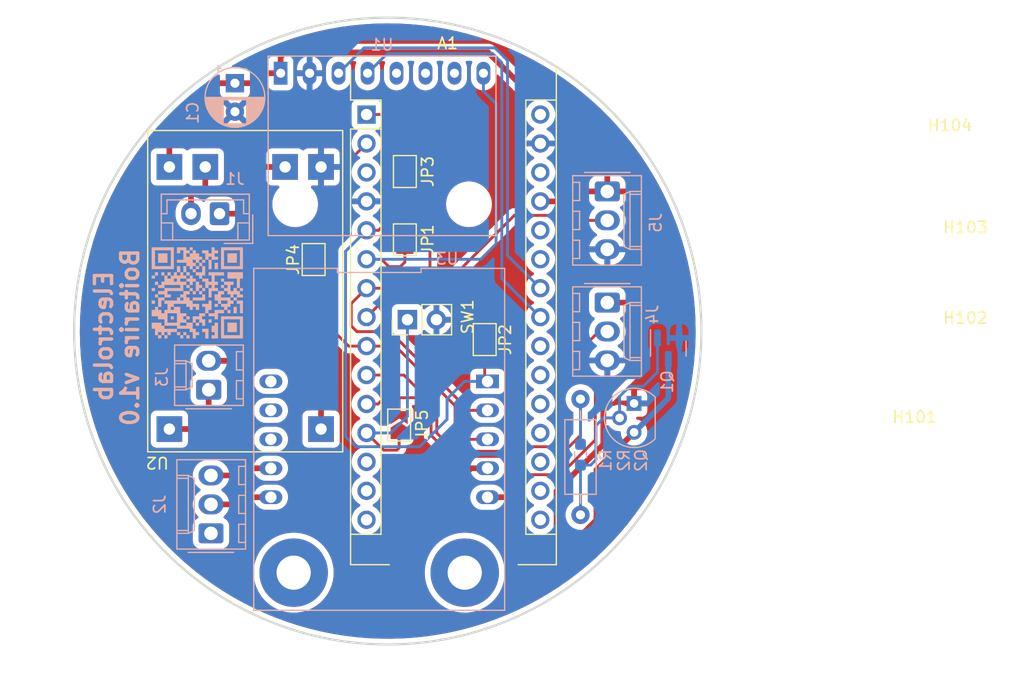
<source format=kicad_pcb>
(kicad_pcb (version 20210606) (generator pcbnew)

  (general
    (thickness 1.6)
  )

  (paper "A4")
  (layers
    (0 "F.Cu" signal)
    (31 "B.Cu" signal)
    (32 "B.Adhes" user "B.Adhesive")
    (33 "F.Adhes" user "F.Adhesive")
    (34 "B.Paste" user)
    (35 "F.Paste" user)
    (36 "B.SilkS" user "B.Silkscreen")
    (37 "F.SilkS" user "F.Silkscreen")
    (38 "B.Mask" user)
    (39 "F.Mask" user)
    (40 "Dwgs.User" user "User.Drawings")
    (41 "Cmts.User" user "User.Comments")
    (42 "Eco1.User" user "User.Eco1")
    (43 "Eco2.User" user "User.Eco2")
    (44 "Edge.Cuts" user)
    (45 "Margin" user)
    (46 "B.CrtYd" user "B.Courtyard")
    (47 "F.CrtYd" user "F.Courtyard")
    (48 "B.Fab" user)
    (49 "F.Fab" user)
    (50 "User.1" user)
    (51 "User.2" user)
    (52 "User.3" user)
    (53 "User.4" user)
    (54 "User.5" user)
    (55 "User.6" user)
    (56 "User.7" user)
    (57 "User.8" user)
    (58 "User.9" user)
  )

  (setup
    (stackup
      (layer "F.SilkS" (type "Top Silk Screen"))
      (layer "F.Paste" (type "Top Solder Paste"))
      (layer "F.Mask" (type "Top Solder Mask") (color "Green") (thickness 0.01))
      (layer "F.Cu" (type "copper") (thickness 0.035))
      (layer "dielectric 1" (type "core") (thickness 1.51) (material "FR4") (epsilon_r 4.5) (loss_tangent 0.02))
      (layer "B.Cu" (type "copper") (thickness 0.035))
      (layer "B.Mask" (type "Bottom Solder Mask") (color "Green") (thickness 0.01))
      (layer "B.Paste" (type "Bottom Solder Paste"))
      (layer "B.SilkS" (type "Bottom Silk Screen"))
      (copper_finish "None")
      (dielectric_constraints no)
    )
    (pad_to_mask_clearance 0)
    (pcbplotparams
      (layerselection 0x00010fc_ffffffff)
      (disableapertmacros false)
      (usegerberextensions false)
      (usegerberattributes true)
      (usegerberadvancedattributes true)
      (creategerberjobfile true)
      (svguseinch false)
      (svgprecision 6)
      (excludeedgelayer true)
      (plotframeref false)
      (viasonmask false)
      (mode 1)
      (useauxorigin false)
      (hpglpennumber 1)
      (hpglpenspeed 20)
      (hpglpendiameter 15.000000)
      (dxfpolygonmode true)
      (dxfimperialunits true)
      (dxfusepcbnewfont true)
      (psnegative false)
      (psa4output false)
      (plotreference true)
      (plotvalue true)
      (plotinvisibletext false)
      (sketchpadsonfab false)
      (subtractmaskfromsilk false)
      (outputformat 1)
      (mirror false)
      (drillshape 1)
      (scaleselection 1)
      (outputdirectory "")
    )
  )

  (net 0 "")
  (net 1 "Net-(A1-Pad1)")
  (net 2 "Net-(A1-Pad2)")
  (net 3 "GND")
  (net 4 "/BUSY")
  (net 5 "/INT")
  (net 6 "/TX")
  (net 7 "/SDA")
  (net 8 "/CAP_SENSOR_2")
  (net 9 "/SCL")
  (net 10 "/RX")
  (net 11 "/GND_AUDIO_SW")
  (net 12 "/CAP_SENSOR_1")
  (net 13 "VCC")
  (net 14 "/SENSOR_POSITION")
  (net 15 "-BATT")
  (net 16 "+BATT")
  (net 17 "/SP-")
  (net 18 "/SP+")
  (net 19 "+5V")
  (net 20 "GNDPWR")
  (net 21 "/GND_AUDIO")
  (net 22 "Net-(Q1-Pad1)")

  (footprint "MountingHole:MountingHole_3.2mm_M3" (layer "F.Cu") (at 214.65 71.8))

  (footprint "MountingHole:MountingHole_3.2mm_M3" (layer "F.Cu") (at 210.2 80.5))

  (footprint "boitarire_lib:HW-107" (layer "F.Cu") (at 151.5 65 180))

  (footprint "MountingHole:MountingHole_3.2mm_M3" (layer "F.Cu") (at 214.65 63.85))

  (footprint "Jumper:SolderJumper-2_P1.3mm_Open_TrianglePad1.0x1.5mm" (layer "F.Cu") (at 172.5 69.5 -90))

  (footprint "Jumper:SolderJumper-2_P1.3mm_Open_TrianglePad1.0x1.5mm" (layer "F.Cu") (at 165.5 60.75 90))

  (footprint "Jumper:SolderJumper-2_P1.3mm_Open_TrianglePad1.0x1.5mm" (layer "F.Cu") (at 165.5 54.75 90))

  (footprint "Jumper:SolderJumper-2_P1.3mm_Open_TrianglePad1.0x1.5mm" (layer "F.Cu") (at 165 77 90))

  (footprint "Jumper:SolderJumper-2_P1.3mm_Open_TrianglePad1.0x1.5mm" (layer "F.Cu") (at 157.5 62.475 90))

  (footprint "Connector_PinHeader_2.54mm:PinHeader_1x02_P2.54mm_Vertical" (layer "F.Cu") (at 165.725 67.75 90))

  (footprint "MountingHole:MountingHole_3.2mm_M3" (layer "F.Cu") (at 213.3 54.9))

  (footprint "Module:Arduino_Nano" (layer "F.Cu") (at 162.14 49.75))

  (footprint "boitarire_lib:GY-521" (layer "B.Cu") (at 163.5 46.125))

  (footprint "Connector_Molex:Molex_KK-254_AE-6410-03A_1x03_P2.54mm_Vertical" (layer "B.Cu") (at 183.25 66.25 -90))

  (footprint "Connector_Molex:Molex_KK-254_AE-6410-02A_1x02_P2.54mm_Vertical" (layer "B.Cu") (at 148.3 73.9 90))

  (footprint "Connector_JST:JST_EH_B2B-EH-A_1x02_P2.50mm_Vertical" (layer "B.Cu") (at 149.25 58.45 180))

  (footprint "Connector_Molex:Molex_KK-254_AE-6410-03A_1x03_P2.54mm_Vertical" (layer "B.Cu") (at 148.5 86.5 90))

  (footprint "Package_TO_SOT_THT:TO-92" (layer "B.Cu") (at 185.6 75.1 -90))

  (footprint "Resistor_SMD:R_0603_1608Metric_Pad0.98x0.95mm_HandSolder" (layer "B.Cu") (at 180.9 79.6 -90))

  (footprint "Connector_Molex:Molex_KK-254_AE-6410-03A_1x03_P2.54mm_Vertical" (layer "B.Cu") (at 183.25 56.5 -90))

  (footprint "Capacitor_THT:CP_Radial_D5.0mm_P2.50mm" (layer "B.Cu") (at 150.6 47 -90))

  (footprint "boitarire_lib:DFR0534" (layer "B.Cu") (at 163.25 78.25 -90))

  (footprint "Resistor_THT:R_Axial_DIN0207_L6.3mm_D2.5mm_P10.16mm_Horizontal" (layer "B.Cu") (at 180.9 74.72 -90))

  (footprint "Package_TO_SOT_SMD:SOT-23" (layer "B.Cu") (at 188.6 70.3 -90))

  (footprint "boitarire_lib:qr-code" (layer "B.Cu") (at 147.3 65.4 180))

  (gr_circle (center 164 68.75) (end 191.5 68.75) (layer "Edge.Cuts") (width 0.2) (fill none) (tstamp 30c2b695-36de-4ed3-b4f6-de3e6f1f2fe0))
  (gr_text "Electrolab" (at 139.1 69.2 90) (layer "B.SilkS") (tstamp 278fe4ee-820f-43c7-98d8-16da8c7b9a48)
    (effects (font (size 1.5 1.5) (thickness 0.3)) (justify mirror))
  )
  (gr_text "Boitarire v1.0" (at 141.4 69.3 -270) (layer "B.SilkS") (tstamp a0e2e1b1-52e3-4bf3-8b1e-c60b62b615be)
    (effects (font (size 1.5 1.5) (thickness 0.3)) (justify mirror))
  )

  (segment (start 165.5 51.1) (end 164.15 49.75) (width 0.25) (layer "F.Cu") (net 1) (tstamp 57c13a52-aaf8-4b76-89cf-06026b679688))
  (segment (start 164.15 49.75) (end 162.14 49.75) (width 0.25) (layer "F.Cu") (net 1) (tstamp 862f08b7-0f46-4efa-974d-f80c33dbca6e))
  (segment (start 165.5 54.025) (end 165.5 51.1) (width 0.25) (layer "F.Cu") (net 1) (tstamp c6c4a031-6182-4c64-aa66-a67993c43034))
  (segment (start 160.1 54.33) (end 162.14 52.29) (width 0.25) (layer "F.Cu") (net 2) (tstamp 0f2ccad9-e699-49f0-bc40-53277732aa90))
  (segment (start 157.5 60.5) (end 160.1 57.9) (width 0.25) (layer "F.Cu") (net 2) (tstamp 2cb29135-e8a2-4b08-89cd-2f31876aed39))
  (segment (start 160.1 57.9) (end 160.1 54.33) (width 0.25) (layer "F.Cu") (net 2) (tstamp 3b0d2cd4-97d6-46cf-a781-12347f18ee90))
  (segment (start 157.5 61.75) (end 157.5 60.5) (width 0.25) (layer "F.Cu") (net 2) (tstamp 779db477-d577-48ba-bd55-2178aefc5e16))
  (segment (start 165.5 60.025) (end 165.5 58.5) (width 0.25) (layer "F.Cu") (net 4) (tstamp 065dc92b-f004-45d3-b53b-e8064470db48))
  (segment (start 163.19 59.91) (end 162.14 59.91) (width 0.25) (layer "F.Cu") (net 4) (tstamp 55173f7a-6b9a-4877-8ad3-ce477d3a10c0))
  (segment (start 172.5 72.92) (end 172.75 73.17) (width 0.25) (layer "F.Cu") (net 4) (tstamp 56bb2100-e65f-4553-8203-d8025676d120))
  (segment (start 163.5 59.6) (end 163.19 59.91) (width 0.25) (layer "F.Cu") (net 4) (tstamp 7f7cde0e-ce6f-4ba5-a63d-3ab5aec6bd4d))
  (segment (start 165.2 58.2) (end 163.9 58.2) (width 0.25) (layer "F.Cu") (net 4) (tstamp b539e521-bf0e-4470-86bc-16ab0cbad67d))
  (segment (start 165.5 58.5) (end 165.2 58.2) (width 0.25) (layer "F.Cu") (net 4) (tstamp bb44fe3e-7dfd-40c7-833d-290d5ea38f62))
  (segment (start 172.5 70.225) (end 172.5 72.92) (width 0.25) (layer "F.Cu") (net 4) (tstamp ce784b1e-769e-4be0-a409-c0209f93f5a6))
  (segment (start 163.9 58.2) (end 163.5 58.6) (width 0.25) (layer "F.Cu") (net 4) (tstamp d7dd6b40-c6fd-4b1e-8cd2-f861de028501))
  (segment (start 163.5 58.6) (end 163.5 59.6) (width 0.25) (layer "F.Cu") (net 4) (tstamp e54a7c8d-de81-40ba-bb01-0b5c4918415c))
  (segment (start 170.73 73.17) (end 172.75 73.17) (width 0.25) (layer "B.Cu") (net 4) (tstamp 30136584-2238-4ce6-b094-44fc47af23ed))
  (segment (start 161.2 78.9) (end 166.8 78.9) (width 0.25) (layer "B.Cu") (net 4) (tstamp 4c00cbf0-5a6f-4edc-9543-4bc0bbf6b2b6))
  (segment (start 169.2 76.5) (end 169.2 74.7) (width 0.25) (layer "B.Cu") (net 4) (tstamp 4dca56f9-7a3b-456b-9865-8ec42cace1a4))
  (segment (start 166.8 78.9) (end 169.2 76.5) (width 0.25) (layer "B.Cu") (net 4) (tstamp a854b223-738f-43a7-a5c8-b5f750cf40fb))
  (segment (start 169.2 74.7) (end 170.73 73.17) (width 0.25) (layer "B.Cu") (net 4) (tstamp aa3ea5ee-bd3a-4241-ad25-5e288deb3d6b))
  (segment (start 162.14 59.91) (end 160.3 61.75) (width 0.25) (layer "B.Cu") (net 4) (tstamp affd43e6-fb37-4814-9c31-bb300f43db47))
  (segment (start 160.3 61.75) (end 160.3 78) (width 0.25) (layer "B.Cu") (net 4) (tstamp cd1d6fb9-8a88-4a01-a974-386780784198))
  (segment (start 160.3 78) (end 161.2 78.9) (width 0.25) (layer "B.Cu") (net 4) (tstamp da7c607e-81ba-4a73-9828-f8e1932f56b4))
  (segment (start 165.5 62.7) (end 165.1 63.1) (width 0.25) (layer "F.Cu") (net 5) (tstamp 1e012710-c1a4-46c8-b704-8008034fecb3))
  (segment (start 163.45 62.45) (end 162.14 62.45) (width 0.25) (layer "F.Cu") (net 5) (tstamp 441a1bfc-3a90-4db3-9ca2-acaf7910690f))
  (segment (start 165.5 61.475) (end 165.5 62.7) (width 0.25) (layer "F.Cu") (net 5) (tstamp 67f169d9-914d-44b4-af3c-6ffb85557a3e))
  (segment (start 164.1 63.1) (end 163.45 62.45) (width 0.25) (layer "F.Cu") (net 5) (tstamp 7b297671-5e54-4763-8cbe-ba1fa1d8edce))
  (segment (start 165.1 63.1) (end 164.1 63.1) (width 0.25) (layer "F.Cu") (net 5) (tstamp 966d2020-e145-4fd3-9d48-eef9fe6bd357))
  (segment (start 173.5 61.1) (end 172.15 62.45) (width 0.25) (layer "B.Cu") (net 5) (tstamp 59bd45b0-2f1a-4678-a8e3-b144573cc1fe))
  (segment (start 173.5 48.8) (end 173.5 61.1) (width 0.25) (layer "B.Cu") (net 5) (tstamp 74f11ede-740d-44cf-bdd0-4d01c7b27443))
  (segment (start 172.39 47.69) (end 173.5 48.8) (width 0.25) (layer "B.Cu") (net 5) (tstamp 94abd6fb-8b7e-424a-8aa7-b59a1d269419))
  (segment (start 172.39 46.125) (end 172.39 47.69) (width 0.25) (layer "B.Cu") (net 5) (tstamp c5f8351f-65d4-4e94-bd13-8476c83b8479))
  (segment (start 172.15 62.45) (end 162.14 62.45) (width 0.25) (layer "B.Cu") (net 5) (tstamp fd8ff827-d8ab-4f0a-a2db-0035a574ea84))
  (segment (start 165.81 64.99) (end 162.14 64.99) (width 0.25) (layer "F.Cu") (net 6) (tstamp 002ddc8a-2dcd-47e5-bac6-ff419e906c3e))
  (segment (start 171.11 75.71) (end 164.8 69.4) (width 0.25) (layer "F.Cu") (net 6) (tstamp 0b923e47-3f29-4ae2-ad00-3b5133888ac7))
  (segment (start 160.8 66.33) (end 162.14 64.99) (width 0.25) (layer "F.Cu") (net 6) (tstamp 44ccfd1f-92db-4ce3-b598-f9e3351efd52))
  (segment (start 163.6 69.4) (end 163 68.8) (width 0.25) (layer "F.Cu") (net 6) (tstamp 50197276-befb-42f2-aee9-c2976dee3403))
  (segment (start 160.8 68.3) (end 160.8 66.33) (width 0.25) (layer "F.Cu") (net 6) (tstamp 6225685e-6e15-467a-a511-23d66c1791d1))
  (segment (start 164.8 69.4) (end 163.6 69.4) (width 0.25) (layer "F.Cu") (net 6) (tstamp 63de9d62-9f65-43ed-80e5-d27a1bbe424c))
  (segment (start 165.5 57) (end 167.7 59.2) (width 0.25) (layer "F.Cu") (net 6) (tstamp 7b9f1bdf-6a0a-4ad3-b9a9-778178e42909))
  (segment (start 163 68.8) (end 161.3 68.8) (width 0.25) (layer "F.Cu") (net 6) (tstamp 897ed4dd-a862-47c0-ac0d-90daca1acab5))
  (segment (start 165.5 55.475) (end 165.5 57) (width 0.25) (layer "F.Cu") (net 6) (tstamp 99073820-8e6c-4f2a-a494-b1dc8444af55))
  (segment (start 167.7 63.1) (end 165.81 64.99) (width 0.25) (layer "F.Cu") (net 6) (tstamp a5f7530c-a571-47b6-84a2-d00dfb42af9c))
  (segment (start 167.7 59.2) (end 167.7 63.1) (width 0.25) (layer "F.Cu") (net 6) (tstamp a9baa2f4-4424-47a5-bfe3-feb292a13a74))
  (segment (start 172.75 75.71) (end 171.11 75.71) (width 0.25) (layer "F.Cu") (net 6) (tstamp d1b78b01-c3b5-45b8-8dc7-84fc09583e29))
  (segment (start 161.3 68.8) (end 160.8 68.3) (width 0.25) (layer "F.Cu") (net 6) (tstamp d818c73a-f3aa-46a4-857b-00eb8f0ef2a6))
  (segment (start 177.38 67.53) (end 174 64.15) (width 0.25) (layer "B.Cu") (net 7) (tstamp a367b837-9c05-48ef-9036-2c934e8deefd))
  (segment (start 174 64.15) (end 174 45.2) (width 0.25) (layer "B.Cu") (net 7) (tstamp ddad0104-21f0-4e29-85af-4414e34a82dd))
  (segment (start 174 45.2) (end 173.2 44.4) (width 0.25) (layer "B.Cu") (net 7) (tstamp e93177f5-2dce-43e7-a9f2-ec3a958e5ca0))
  (segment (start 163.955 44.4) (end 162.23 46.125) (width 0.25) (layer "B.Cu") (net 7) (tstamp ecdcc377-428c-4024-acaa-bf5f481f5e8e))
  (segment (start 173.2 44.4) (end 163.955 44.4) (width 0.25) (layer "B.Cu") (net 7) (tstamp f051b5f5-8497-4588-93d8-7244b316bcbf))
  (segment (start 179.94 59.04) (end 179.5 58.6) (width 0.25) (layer "F.Cu") (net 8) (tstamp 11814792-5227-45aa-8595-52e8591a2dec))
  (segment (start 175.1 58.6) (end 170.3 63.4) (width 0.25) (layer "F.Cu") (net 8) (tstamp 2b9124f1-50e7-438f-bebf-f19a0355456c))
  (segment (start 163.97 65.7) (end 162.14 67.53) (width 0.25) (layer "F.Cu") (net 8) (tstamp 31cdb422-7f8c-473d-b055-f5144bef0800))
  (segment (start 179.5 58.6) (end 175.1 58.6) (width 0.25) (layer "F.Cu") (net 8) (tstamp 3bf1cc53-7c7f-46c9-b819-78eaee2c4234))
  (segment (start 172.5 68.775) (end 172.5 66.3) (width 0.25) (layer "F.Cu") (net 8) (tstamp 42f6d15a-8720-469e-b170-0879acfa1f43))
  (segment (start 166.3 65.7) (end 163.97 65.7) (width 0.25) (layer "F.Cu") (net 8) (tstamp 51db83d9-f4cc-4a7d-8b90-61b2baf044ab))
  (segment (start 171.2 65) (end 170.3 65) (width 0.25) (layer "F.Cu") (net 8) (tstamp 54482451-9f5d-4900-978a-b7fb3b040d86))
  (segment (start 167 65) (end 166.3 65.7) (width 0.25) (layer "F.Cu") (net 8) (tstamp 6567149e-9f08-4e52-a43a-bf9df007c96d))
  (segment (start 170.3 63.4) (end 170.3 65) (width 0.25) (layer "F.Cu") (net 8) (tstamp a335e5bb-0b65-425c-b88b-69987733e1f7))
  (segment (start 172.5 66.3) (end 171.2 65) (width 0.25) (layer "F.Cu") (net 8) (tstamp c814891f-b5c3-42f6-a49b-71665c07e531))
  (segment (start 170.3 65) (end 167 65) (width 0.25) (layer "F.Cu") (net 8) (tstamp df12b927-051e-4d40-bcb4-58d42fc2f897))
  (segment (start 183.25 59.04) (end 179.94 59.04) (width 0.25) (layer "F.Cu") (net 8) (tstamp e74e96a4-5094-426c-9640-3a489662762e))
  (segment (start 174.5 45) (end 173.4 43.9) (width 0.25) (layer "B.Cu") (net 9) (tstamp 099b495b-eb72-4208-b491-c50c4f449fd0))
  (segment (start 173.4 43.9) (end 161.915 43.9) (width 0.25) (layer "B.Cu") (net 9) (tstamp b67a5d25-290a-4252-a9b7-e682b39b21e1))
  (segment (start 177.38 64.99) (end 174.5 62.11) (width 0.25) (layer "B.Cu") (net 9) (tstamp d9a2b80c-dc5f-4760-b55e-fe911d45dbf5))
  (segment (start 161.915 43.9) (end 159.69 46.125) (width 0.25) (layer "B.Cu") (net 9) (tstamp e8848ca5-e769-4140-a08b-05e6d9c77e7d))
  (segment (start 174.5 62.11) (end 174.5 45) (width 0.25) (layer "B.Cu") (net 9) (tstamp f4017f14-3c64-40a7-987f-82c58b56e986))
  (segment (start 160.57 70.07) (end 162.14 70.07) (width 0.25) (layer "F.Cu") (net 10) (tstamp 3e548c9f-29c6-4224-9b83-5da945fef1ef))
  (segment (start 164.67 70.07) (end 169.9 75.3) (width 0.25) (layer "F.Cu") (net 10) (tstamp 3f280ec0-d641-491d-907f-e39d66d6a684))
  (segment (start 157.5 67) (end 160.57 70.07) (width 0.25) (layer "F.Cu") (net 10) (tstamp 823843c5-18d9-4078-a62b-17ccfa0b3021))
  (segment (start 169.9 75.3) (end 169.9 77) (width 0.25) (layer "F.Cu") (net 10) (tstamp 8a71d9fd-00e9-4bfb-a527-4f74d07b573a))
  (segment (start 172.75 78.25) (end 171.15 78.25) (width 0.25) (layer "F.Cu") (net 10) (tstamp 96e7c6e6-5759-45b2-881e-59d86e2f90fb))
  (segment (start 162.14 70.07) (end 164.67 70.07) (width 0.25) (layer "F.Cu") (net 10) (tstamp be06cfd1-c42e-4a17-b753-c672dba54922))
  (segment (start 171.15 78.25) (end 169.9 77) (width 0.25) (layer "F.Cu") (net 10) (tstamp f232608d-a10c-4f4a-a340-b1becc13aa03))
  (segment (start 157.5 63.2) (end 157.5 67) (width 0.25) (layer "F.Cu") (net 10) (tstamp f6ad1a94-a957-4926-b263-b33a2228fc59))
  (segment (start 169.9 79.3) (end 174.9 79.3) (width 0.25) (layer "F.Cu") (net 11) (tstamp 0510ee0c-9be4-4f58-a22c-840098bdf9bd))
  (segment (start 168.3 75.5) (end 168.3 77.7) (width 0.25) (layer "F.Cu") (net 11) (tstamp 1f480e97-79fd-43e6-b991-9f31b262102a))
  (segment (start 165.41 72.61) (end 168.3 75.5) (width 0.25) (layer "F.Cu") (net 11) (tstamp 30439de0-b93d-469e-94ad-e034831fa7a6))
  (segment (start 179.9 78.9) (end 180.9 77.9) (width 0.25) (layer "F.Cu") (net 11) (tstamp 8a3fb9ea-877b-4e3e-abd2-28092dfdc050))
  (segment (start 179.02 78.9) (end 179 78.9) (width 0.25) (layer "F.Cu") (net 11) (tstamp 8b396bb1-810d-4afa-b3c7-842b200d101e))
  (segment (start 180.9 77.9) (end 180.9 74.72) (width 0.25) (layer "F.Cu") (net 11) (tstamp 90b63b83-733c-4c9e-ad70-a8fc2dad650d))
  (segment (start 175.3 78.9) (end 179.02 78.9) (width 0.25) (layer "F.Cu") (net 11) (tstamp c1073856-0b9e-4b90-b70a-1714525486a7))
  (segment (start 174.9 79.3) (end 175.3 78.9) (width 0.25) (layer "F.Cu") (net 11) (tstamp cdce4433-b137-4343-8add-70cb8bc1c25f))
  (segment (start 168.3 77.7) (end 169.9 79.3) (width 0.25) (layer "F.Cu") (net 11) (tstamp d8018cef-db9e-4d1a-a9bb-129bb542e9ce))
  (segment (start 179.02 78.9) (end 179.9 78.9) (width 0.25) (layer "F.Cu") (net 11) (tstamp e037f1f2-7242-45fd-b0d6-4a47d5ec9ca7))
  (segment (start 162.14 72.61) (end 165.41 72.61) (width 0.25) (layer "F.Cu") (net 11) (tstamp e1f5b0f2-1c24-49c3-b6e0-5d2e7450145b))
  (segment (start 180.9 74.72) (end 180.9 78.6875) (width 0.25) (layer "B.Cu") (net 11) (tstamp 6f4acf13-a926-4655-a0a9-1562ec2e41e3))
  (segment (start 167.8 77.9) (end 169.64952 79.74952) (width 0.25) (layer "F.Cu") (net 12) (tstamp 01c54785-c88a-4d3a-acc5-7b71d5ad9ad0))
  (segment (start 163.7 74.6) (end 163.15 75.15) (width 0.25) (layer "F.Cu") (net 12) (tstamp 074c7175-bdd2-4fa4-8e32-7a779c5241f1))
  (segment (start 163.15 75.15) (end 162.14 75.15) (width 0.25) (layer "F.Cu") (net 12) (tstamp 12ccf950-5492-4193-a0eb-957dc51d0514))
  (segment (start 182.2 78.3) (end 182.2 73.1) (width 0.25) (layer "F.Cu") (net 12) (tstamp 2925ec92-c9a8-40d4-b59a-bacd88929ae4))
  (segment (start 174.14952 79.74952) (end 175.754511 81.354511) (width 0.25) (layer "F.Cu") (net 12) (tstamp 560c5d40-8bbc-465f-ae30-3382b1dcfcbf))
  (segment (start 165 76.275) (end 165 74.6) (width 0.25) (layer "F.Cu") (net 12) (tstamp 61b9e027-c8eb-4fd3-8438-975a5c4ae50c))
  (segment (start 175.754511 81.354511) (end 179.145489 81.354511) (width 0.25) (layer "F.Cu") (net 12) (tstamp 6c28ef58-79e0-4e63-a960-53df85c3198b))
  (segment (start 182.51 68.79) (end 183.25 68.79) (width 0.25) (layer "F.Cu") (net 12) (tstamp 6e77c217-c11c-4a97-ac0f-5725779db20c))
  (segment (start 165 74.6) (end 163.7 74.6) (width 0.25) (layer "F.Cu") (net 12) (tstamp 86f53970-0266-4ff5-8ff3-f159d26b5bc0))
  (segment (start 182.2 73.1) (end 181.3 72.2) (width 0.25) (layer "F.Cu") (net 12) (tstamp 88a4e490-b8a5-41e9-8c0b-df994388ad12))
  (segment (start 179.145489 81.354511) (end 182.2 78.3) (width 0.25) (layer "F.Cu") (net 12) (tstamp 90515f17-ce45-4f1e-bc5c-dd5955bbb0cd))
  (segment (start 169.64952 79.74952) (end 174.14952 79.74952) (width 0.25) (layer "F.Cu") (net 12) (tstamp 9131d637-edf7-4ae3-9682-7d62de9906d9))
  (segment (start 181.3 70) (end 182.51 68.79) (width 0.25) (layer "F.Cu") (net 12) (tstamp 99d0fa3e-9007-4a5f-b1a0-347fb43e1b03))
  (segment (start 167.8 75.7) (end 167.8 77.9) (width 0.25) (layer "F.Cu") (net 12) (tstamp b4d84806-bf4f-4214-acfa-f91a70f8fc92))
  (segment (start 181.3 72.2) (end 181.3 70) (width 0.25) (layer "F.Cu") (net 12) (tstamp d24b992e-e4b5-492e-bcad-187e00b28893))
  (segment (start 165 74.6) (end 166.7 74.6) (width 0.25) (layer "F.Cu") (net 12) (tstamp da0d521f-9b8b-41ed-9dc0-981d541d74e4))
  (segment (start 166.7 74.6) (end 167.8 75.7) (width 0.25) (layer "F.Cu") (net 12) (tstamp fd96db98-dbc8-4c29-a9b9-9d7b25386653))
  (segment (start 177.38 57.37) (end 179.63 57.37) (width 0.5) (layer "F.Cu") (net 13) (tstamp 078d9f8d-5bb9-4da5-85a3-5b0087e021c4))
  (segment (start 179.5 53) (end 179.5 49.5) (width 0.5) (layer "F.Cu") (net 13) (tstamp 094be4ec-4455-4574-b29d-bc4653d6b722))
  (segment (start 183.25 56.5) (end 184.9 56.5) (width 0.5) (layer "F.Cu") (net 13) (tstamp 0c1d1e76-0583-44ab-ab6e-ca3773c88dd5))
  (segment (start 179.5 49.5) (end 177.5 47.5) (width 0.5) (layer "F.Cu") (net 13) (tstamp 1090ed1c-0e10-4c9e-9798-257327be171a))
  (segment (start 148.4 47) (end 150.6 47) (width 0.5) (layer "F.Cu") (net 13) (tstamp 14d21781-cda9-4134-a09f-fff4c2ad7709))
  (segment (start 175.2 84) (end 174.53 83.33) (width 0.5) (layer "F.Cu") (net 13) (tstamp 19690c36-2532-4376-a550-b39530d57476))
  (segment (start 178.8 82.8) (end 178.8 86.8) (width 0.5) (layer "F.Cu") (net 13) (tstamp 1f2cdafa-cf71-4bee-81c2-f767786daf9e))
  (segment (start 152.875 46.125) (end 154.61 46.125) (width 0.5) (layer "F.Cu") (net 13) (tstamp 24e997ae-49bd-4c23-b983-b76e46035414))
  (segment (start 144.85 50.55) (end 148.4 47) (width 0.5) (layer "F.Cu") (net 13) (tstamp 25423017-08bf-4449-8c44-0e6e2490b172))
  (segment (start 178.2 87.4) (end 176.5 87.4) (width 0.5) (layer "F.Cu") (net 13) (tstamp 2bc89032-06bb-4114-b42f-6557618de968))
  (segment (start 174.53 83.33) (end 172.75 83.33) (width 0.5) (layer "F.Cu") (net 13) (tstamp 3308e17e-7b0b-4957-a284-5fbb831c9781))
  (segment (start 176 47.5) (end 172.8 44.3) (width 0.5) (layer "F.Cu") (net 13) (tstamp 331faa48-75a9-43f0-ac25-c05a3d958e25))
  (segment (start 172.8 44.3) (end 155 44.3) (width 0.5) (layer "F.Cu") (net 13) (tstamp 3aa65876-3cfd-46a2-9376-3414e2f8699f))
  (segment (start 180.3 53.8) (end 179.5 53) (width 0.5) (layer "F.Cu") (net 13) (tstamp 44182807-33f1-4706-94e8-e444d055d95e))
  (segment (start 183.25 66.25) (end 185.45 66.25) (width 0.5) (layer "F.Cu") (net 13) (tstamp 44828453-df7b-4c08-8fad-ab071dfe78f2))
  (segment (start 178.8 86.8) (end 178.2 87.4) (width 0.5) (layer "F.Cu") (net 13) (tstamp 55df0817-0f6a-400c-9bad-d1865d12c54a))
  (segment (start 182.2 53.8) (end 180.3 53.8) (width 0.5) (layer "F.Cu") (net 13) (tstamp 64c2d65d-c89d-4f0c-900d-c67900c704ea))
  (segment (start 154.61 44.69) (end 154.61 46.125) (width 0.5) (layer "F.Cu") (net 13) (tstamp 7ff764d6-a9fe-4442-802c-b188423443e4))
  (segment (start 176.5 87.4) (end 175.2 86.1) (width 0.5) (layer "F.Cu") (net 13) (tstamp 824d149f-6da8-48d3-a86b-1e504e24a936))
  (segment (start 185.5 72.1) (end 183.95 73.65) (width 0.5) (layer "F.Cu") (net 13) (tstamp 8bffa156-b7da-4e4c-b5f9-db16a061be37))
  (segment (start 150.6 47) (end 152 47) (width 0.5) (layer "F.Cu") (net 13) (tstamp 98a3caaf-37a8-430e-8bbf-03708445bc6f))
  (segment (start 184.9 56.5) (end 185.5 57.1) (width 0.5) (layer "F.Cu") (net 13) (tstamp a0e44335-c1cd-4cbe-9b44-525257e4eced))
  (segment (start 179.3 82.3) (end 178.8 82.8) (width 0.5) (layer "F.Cu") (net 13) (tstamp af6428bc-ac09-4e30-bba4-d8b500b7a741))
  (segment (start 144.85 54.35) (end 144.85 50.55) (width 0.5) (layer "F.Cu") (net 13) (tstamp b2f4b903-d489-4e44-a304-4fd86610e80a))
  (segment (start 155 44.3) (end 154.61 44.69) (width 0.5) (layer "F.Cu") (net 13) (tstamp b9f57f4d-854b-407f-b070-ec9239b075fd))
  (segment (start 182.9 74.7) (end 182.9 78.7) (width 0.5) (layer "F.Cu") (net 13) (tstamp bca6c8ce-edfd-44f8-b029-e875b33b6d85))
  (segment (start 183.25 56.5) (end 183.25 54.85) (width 0.5) (layer "F.Cu") (net 13) (tstamp c036de40-4d8d-40c4-93c9-2134cc38e6e4))
  (segment (start 152 47) (end 152.875 46.125) (width 0.5) (layer "F.Cu") (net 13) (tstamp c94c57c9-0911-4583-9e5f-c2c85028060b))
  (segment (start 182.9 78.7) (end 179.3 82.3) (width 0.5) (layer "F.Cu") (net 13) (tstamp cf8ff3b2-4c1d-40c9-9ccc-d09a288bc483))
  (segment (start 183.25 54.85) (end 182.2 53.8) (width 0.5) (layer "F.Cu") (net 13) (tstamp d10322f3-2ad7-4c96-9e77-6237eb60de9b))
  (segment (start 175.2 86.1) (end 175.2 84) (width 0.5) (layer "F.Cu") (net 13) (tstamp d5881b4d-6aac-4ef2-b471-24941ec2dbef))
  (segment (start 180.5 56.5) (end 183.25 56.5) (width 0.5) (layer "F.Cu") (net 13) (tstamp d801af6b-dc11-4f18-a53b-73a7e7511827))
  (segment (start 177.5 47.5) (end 176 47.5) (width 0.5) (layer "F.Cu") (net 13) (tstamp d9d9280a-98e2-45b4-a6f3-b3de9e5ed02f))
  (segment (start 185.5 66.2) (end 185.5 72.1) (width 0.5) (layer "F.Cu") (net 13) (tstamp dd95a381-08c0-4039-be96-3ddf0cfb213c))
  (segment (start 179.63 57.37) (end 180.5 56.5) (width 0.5) (layer "F.Cu") (net 13) (tstamp dddf2b9f-a002-4bd4-a01b-0ca247bd255e))
  (segment (start 183.95 73.65) (end 182.9 74.7) (width 0.5) (layer "F.Cu") (net 13) (tstamp e3e55455-a785-4cf7-a634-941926e3635f))
  (segment (start 185.45 66.25) (end 185.5 66.2) (width 0.5) (layer "F.Cu") (net 13) (tstamp e88e6e8b-387b-4c93-9fb7-d3923d993f48))
  (segment (start 185.5 57.1) (end 185.5 66.2) (width 0.5) (layer "F.Cu") (net 13) (tstamp f93b5f6c-0a34-4b7a-b137-62ad1d9a7449))
  (segment (start 165 77.725) (end 165 79) (width 0.25) (layer "F.Cu") (net 14) (tstamp 47197d15-ab99-495e-ab32-c75bcd47bef5))
  (segment (start 164.8 79.2) (end 163.65 79.2) (width 0.25) (layer "F.Cu") (net 14) (tstamp 5e320c37-0e6a-4e9d-b089-0db049b98275))
  (segment (start 165 79) (end 164.8 79.2) (width 0.25) (layer "F.Cu") (net 14) (tstamp 66abaf3c-c04b-40a0-9c52-768c910d489e))
  (segment (start 163.65 79.2) (end 162.14 77.69) (width 0.25) (layer "F.Cu") (net 14) (tstamp e85e6118-5fac-416d-8594-66a60d0b0fd2))
  (segment (start 165.725 67.75) (end 165.725 76.225) (width 0.25) (layer "B.Cu") (net 14) (tstamp 47a5eb30-410b-43c4-9345-f5fc55c41cda))
  (segment (start 165.725 76.225) (end 164.26 77.69) (width 0.25) (layer "B.Cu") (net 14) (tstamp 5dc10f71-8f03-4772-97f1-7e485fc7dd90))
  (segment (start 164.26 77.69) (end 162.14 77.69) (width 0.25) (layer "B.Cu") (net 14) (tstamp b12a44a6-9e67-4864-a910-03bbfc697bad))
  (segment (start 152 55.25) (end 152.9 54.35) (width 0.5) (layer "F.Cu") (net 15) (tstamp 3305a80e-a4bf-4056-bc79-3e2bc38b369c))
  (segment (start 151.05 58.45) (end 152 57.5) (width 0.5) (layer "F.Cu") (net 15) (tstamp 3d375ff2-e0a6-4945-8542-d4826a73ff2c))
  (segment (start 152 57.5) (end 152 55.25) (width 0.5) (layer "F.Cu") (net 15) (tstamp ba84bd55-cdfe-4036-be9d-510986c16111))
  (segment (start 149.25 58.45) (end 151.05 58.45) (width 0.5) (layer "F.Cu") (net 15) (tstamp d079615e-89b7-48f9-8591-ebbec5435e49))
  (segment (start 152.9 54.35) (end 155 54.35) (width 0.5) (layer "F.Cu") (net 15) (tstamp ef5ffc1f-619a-474f-937a-3dbd8f8577d3))
  (segment (start 147.75 56.5) (end 147 56.5) (width 0.5) (layer "F.Cu") (net 16) (tstamp 10432fa2-2abd-44c7-a675-49a425a1caa0))
  (segment (start 146.75 56.75) (end 146.75 58.45) (width 0.5) (layer "F.Cu") (net 16) (tstamp 43ae0c46-b51f-4835-bb3e-be7b0fb465bc))
  (segment (start 148 56.25) (end 147.75 56.5) (width 0.5) (layer "F.Cu") (net 16) (tstamp 491df80a-a69f-48e8-8c6a-67d9129f61e6))
  (segment (start 147 56.5) (end 146.75 56.75) (width 0.5) (layer "F.Cu") (net 16) (tstamp cb1b24e7-bd2a-4889-9d2f-3ff6b0e9718f))
  (segment (start 148 54.35) (end 148 56.25) (width 0.5) (layer "F.Cu") (net 16) (tstamp f0058139-692f-48f4-abbe-8fb26cf7fe3b))
  (segment (start 151.04 83.96) (end 151.67 83.33) (width 0.5) (layer "F.Cu") (net 17) (tstamp 171a1ed9-3250-4922-b450-2e47366ab09e))
  (segment (start 148.5 83.96) (end 148.5 83.75) (width 0.5) (layer "F.Cu") (net 17) (tstamp 28e8f296-13eb-41cd-b56d-37a672c4682e))
  (segment (start 148.5 83.96) (end 151.04 83.96) (width 0.5) (layer "F.Cu") (net 17) (tstamp 6f7589e5-6d38-47bd-95c8-1c9aceb51533))
  (segment (start 151.67 83.33) (end 153.75 83.33) (width 0.5) (layer "F.Cu") (net 17) (tstamp 96b3b7fd-9c6a-4896-902c-ccd8d3c40899))
  (segment (start 153.75 80.79) (end 151.71 80.79) (width 0.5) (layer "F.Cu") (net 18) (tstamp 10974255-0d42-4922-8f75-1b6ff45fc360))
  (segment (start 151.08 81.42) (end 148.5 81.42) (width 0.5) (layer "F.Cu") (net 18) (tstamp 110eef9e-bb74-466d-99ab-06772e23af56))
  (segment (start 151.71 80.79) (end 151.08 81.42) (width 0.5) (layer "F.Cu") (net 18) (tstamp f8c9b8dc-2578-4010-b921-197d9010f763))
  (segment (start 147.45 77.35) (end 148.3 76.5) (width 0.5) (layer "F.Cu") (net 19) (tstamp 0d0ed9d8-5fc5-4aed-ac7b-8edea5bb8142))
  (segment (start 148.3 76.5) (end 148.3 73.9) (width 0.5) (layer "F.Cu") (net 19) (tstamp 2ea57edc-650e-4372-a12a-cc6e5b353be0))
  (segment (start 144.85 77.35) (end 147.45 77.35) (width 0.5) (layer "F.Cu") (net 19) (tstamp a86c37ec-4ca4-41b6-ac9e-c623b6a3a20f))
  (segment (start 156.36 71.36) (end 158.15 73.15) (width 0.5) (layer "F.Cu") (net 20) (tstamp 3dd33237-15a7-4e71-bda5-6f59758802a3))
  (segment (start 148.3 71.36) (end 156.36 71.36) (width 0.5) (layer "F.Cu") (net 20) (tstamp a88137c1-5d83-4368-b924-22a30964ee9f))
  (segment (start 158.15 73.15) (end 158.15 77.35) (width 0.5) (layer "F.Cu") (net 20) (tstamp f51d24ea-5c28-466c-acd1-f9e1c33b8c98))
  (segment (start 179.329277 88.3) (end 182.3 85.329277) (width 0.5) (layer "F.Cu") (net 21) (tstamp 14ab5e80-1a9c-4ea3-99a7-1d25d5ce4e4e))
  (segment (start 182.3 85.329277) (end 182.3 80.94) (width 0.5) (layer "F.Cu") (net 21) (tstamp 1f6ba1a9-cb33-47ec-b32f-056fc27f2c05))
  (segment (start 170.5 81.6) (end 170.5 83.8) (width 0.5) (layer "F.Cu") (net 21) (tstamp 2adf69a4-ab59-459d-a1a7-684462dfd9c6))
  (segment (start 170.5 83.8) (end 175 88.3) (width 0.5) (layer "F.Cu") (net 21) (tstamp 30ab8c6f-efb4-41c4-802a-e0f924841f04))
  (segment (start 172.75 80.79) (end 171.31 80.79) (width 0.5) (layer "F.Cu") (net 21) (tstamp 5cbb6758-1d55-4374-85c4-ba976670c94f))
  (segment (start 182.3 80.94) (end 185.6 77.64) (width 0.5) (layer "F.Cu") (net 21) (tstamp 8fb08ddc-a4b3-41c9-b24b-e388aa20330f))
  (segment (start 171.31 80.79) (end 170.5 81.6) (width 0.5) (layer "F.Cu") (net 21) (tstamp ca3e151c-ab17-4a2a-a1d5-5db171c138f5))
  (segment (start 175 88.3) (end 179.329277 88.3) (width 0.5) (layer "F.Cu") (net 21) (tstamp d763e28e-ed0a-4952-85ea-1138bd4ca932))
  (segment (start 185.6 77.64) (end 188.6 74.64) (width 0.5) (layer "B.Cu") (net 21) (tstamp 60c506c8-fdbf-4775-a65c-d7bae34c7270))
  (segment (start 188.6 74.64) (end 188.6 71.2375) (width 0.5) (layer "B.Cu") (net 21) (tstamp f97f9f4d-0d56-4119-944d-dbff27d3652f))
  (segment (start 184.33 74.48588) (end 185.21588 73.6) (width 0.25) (layer "B.Cu") (net 22) (tstamp 11538c91-0bbd-4182-b0bb-3646f8c393c5))
  (segment (start 186.4 73.6) (end 187.65 72.35) (width 0.25) (layer "B.Cu") (net 22) (tstamp 1367231d-b6b2-451e-bbbe-83a82d85c13c))
  (segment (start 185.21588 73.6) (end 186.4 73.6) (width 0.25) (layer "B.Cu") (net 22) (tstamp 19a47d36-4bda-4a9b-bd47-65900701d211))
  (segment (start 182.93 76.37) (end 182.25 77.05) (width 0.25) (layer "B.Cu") (net 22) (tstamp 3c418c49-dc7f-46ee-8f71-9b4d2449b85d))
  (segment (start 184.33 76.37) (end 182.93 76.37) (width 0.25) (layer "B.Cu") (net 22) (tstamp 458b555f-1fa9-4131-97cf-71021fce8637))
  (segment (start 180.9 82.5) (end 180.9 84.88) (width 0.25) (layer "B.Cu") (net 22) (tstamp 4e4579cf-c027-4b94-9789-1c0cca1b624e))
  (segment (start 184.33 76.37) (end 184.33 74.48588) (width 0.25) (layer "B.Cu") (net 22) (tstamp 5b98ae13-a077-4310-84b9-241c6b246e4c))
  (segment (start 180.9 80.5125) (end 180.9 82.5) (width 0.25) (layer "B.Cu") (net 22) (tstamp 5ea85c30-ca66-4995-93b2-c1b2545b1f97))
  (segment (start 182.25 80.05) (end 181.7875 80.5125) (width 0.25) (layer "B.Cu") (net 22) (tstamp 83488068-8df0-4b94-8759-86518394d6e6))
  (segment (start 182.25 77.05) (end 182.25 80.05) (width 0.25) (layer "B.Cu") (net 22) (tstamp a8c7029f-5495-49e0-8989-b11a9680a54b))
  (segment (start 187.65 72.35) (end 187.65 69.3625) (width 0.25) (layer "B.Cu") (net 22) (tstamp d60102ca-69f5-447d-b4ce-03d4fd0c9607))
  (segment (start 181.7875 80.5125) (end 180.9 80.5125) (width 0.25) (layer "B.Cu") (net 22) (tstamp fcb988a3-8c61-48ac-846a-6cc67ccf7605))

  (zone (net 3) (net_name "GND") (layers F&B.Cu) (tstamp ceaa5c83-8f08-4578-a67d-b0ca504b6221) (hatch edge 0.508)
    (priority 50)
    (connect_pads (clearance 0.508))
    (min_thickness 0.254) (filled_areas_thickness no)
    (fill yes (thermal_gap 0.508) (thermal_bridge_width 0.508))
    (polygon
      (pts
        (xy 200.1 100)
        (xy 130 100)
        (xy 130 40)
        (xy 200 39.7)
      )
    )
    (filled_polygon
      (layer "F.Cu")
      (pts
        (xy 164.435365 41.761484)
        (xy 164.939741 41.769408)
        (xy 164.944576 41.769576)
        (xy 165.694337 41.810181)
        (xy 165.974821 41.825371)
        (xy 165.979631 41.825725)
        (xy 167.006916 41.921023)
        (xy 167.011718 41.921562)
        (xy 168.034617 42.05623)
        (xy 168.039355 42.056946)
        (xy 168.547869 42.143867)
        (xy 169.056361 42.230786)
        (xy 169.061113 42.231693)
        (xy 169.53784 42.332154)
        (xy 170.070654 42.444436)
        (xy 170.075318 42.445512)
        (xy 171.076005 42.696868)
        (xy 171.080648 42.698131)
        (xy 172.070879 42.987694)
        (xy 172.075475 42.989134)
        (xy 173.053891 43.316507)
        (xy 173.058449 43.31813)
        (xy 173.089092 43.329709)
        (xy 173.145649 43.372427)
        (xy 173.186077 43.368408)
        (xy 173.207247 43.374356)
        (xy 173.540588 43.500315)
        (xy 174.023561 43.682816)
        (xy 174.028053 43.684613)
        (xy 174.97843 44.086067)
        (xy 174.982841 44.08803)
        (xy 175.90605 44.520493)
        (xy 175.917142 44.525689)
        (xy 175.921476 44.527821)
        (xy 176.527414 44.840569)
        (xy 176.838284 45.001021)
        (xy 176.842539 45.003322)
        (xy 177.740493 45.51136)
        (xy 177.744657 45.513823)
        (xy 178.323482 45.871312)
        (xy 178.62242 46.05594)
        (xy 178.626479 46.058555)
        (xy 179.482848 46.634012)
        (xy 179.486787 46.63677)
        (xy 179.775506 46.847307)
        (xy 180.320414 47.244662)
        (xy 180.324267 47.247587)
        (xy 181.13393 47.88702)
        (xy 181.137668 47.890091)
        (xy 181.922173 48.560121)
        (xy 181.925791 48.563333)
        (xy 182.179161 48.797136)
        (xy 182.673921 49.253687)
        (xy 182.684001 49.262989)
        (xy 182.687491 49.266335)
        (xy 182.888981 49.467123)
        (xy 183.418311 49.994608)
        (xy 183.421671 49.998088)
        (xy 184.123969 50.753851)
        (xy 184.127194 50.757458)
        (xy 184.286742 50.942949)
        (xy 184.799979 51.539644)
        (xy 184.803023 51.543322)
        (xy 185.21553 52.061913)
        (xy 185.445309 52.350784)
        (xy 185.448237 52.354614)
        (xy 185.666549 52.65181)
        (xy 186.059031 53.186111)
        (xy 186.061816 53.190058)
        (xy 186.640257 54.044412)
        (xy 186.642875 54.048446)
        (xy 187.188048 54.924304)
        (xy 187.190526 54.928459)
        (xy 187.316989 55.150172)
        (xy 187.697673 55.81758)
        (xy 187.70172 55.824676)
        (xy 187.704026 55.828907)
        (xy 187.924596 56.252619)
        (xy 188.180412 56.744037)
        (xy 188.182563 56.74837)
        (xy 188.276924 56.947992)
        (xy 188.623485 57.681147)
        (xy 188.625432 57.685476)
        (xy 189.030251 58.634561)
        (xy 189.032032 58.638968)
        (xy 189.204385 59.090318)
        (xy 189.400093 59.602828)
        (xy 189.401731 59.60738)
        (xy 189.732517 60.584645)
        (xy 189.733979 60.589254)
        (xy 189.949144 61.315633)
        (xy 190.026995 61.578454)
        (xy 190.028276 61.583103)
        (xy 190.27901 62.566772)
        (xy 190.283111 62.582861)
        (xy 190.284213 62.587557)
        (xy 190.36327 62.956329)
        (xy 190.500482 63.596367)
        (xy 190.501405 63.601116)
        (xy 190.568195 63.983801)
        (xy 190.674519 64.593005)
        (xy 190.678787 64.617461)
        (xy 190.679524 64.622223)
        (xy 190.81676 65.63724)
        (xy 190.817761 65.644644)
        (xy 190.818316 65.649437)
        (xy 190.912789 66.630579)
        (xy 190.917202 66.676412)
        (xy 190.917571 66.681212)
        (xy 190.948521 67.217984)
        (xy 190.976961 67.711221)
        (xy 190.977147 67.716055)
        (xy 190.989315 68.349756)
        (xy 190.992956 68.539358)
        (xy 190.996962 68.748015)
        (xy 190.996976 68.751966)
        (xy 190.991188 69.225698)
        (xy 190.988965 69.407632)
        (xy 190.988854 69.411589)
        (xy 190.943833 70.442745)
        (xy 190.943529 70.447573)
        (xy 190.858992 71.475809)
        (xy 190.858503 71.48062)
        (xy 190.734703 72.50366)
        (xy 190.734559 72.504846)
        (xy 190.733889 72.509618)
        (xy 190.637777 73.109666)
        (xy 190.57071 73.528377)
        (xy 190.569853 73.533138)
        (xy 190.367699 74.544816)
        (xy 190.366661 74.549541)
        (xy 190.125806 75.552774)
        (xy 190.124586 75.557456)
        (xy 189.996091 76.014594)
        (xy 189.850038 76.534195)
        (xy 189.84541 76.550658)
        (xy 189.844015 76.555278)
        (xy 189.759089 76.818215)
        (xy 189.526908 77.537062)
        (xy 189.525333 77.541636)
        (xy 189.465709 77.704567)
        (xy 189.171172 78.509431)
        (xy 189.170772 78.510523)
        (xy 189.169037 78.514996)
        (xy 188.78955 79.44028)
        (xy 188.777543 79.469557)
        (xy 188.775622 79.473996)
        (xy 188.34778 80.412809)
        (xy 188.34569 80.417172)
        (xy 187.882126 81.338866)
        (xy 187.87987 81.343146)
        (xy 187.609408 81.833088)
        (xy 187.385232 82.239183)
        (xy 187.381252 82.246392)
        (xy 187.378841 82.250568)
        (xy 187.085603 82.736674)
        (xy 186.845928 83.133987)
        (xy 186.84335 83.138081)
        (xy 186.793525 83.213933)
        (xy 186.292945 83.975993)
        (xy 186.276922 84.000385)
        (xy 186.274194 84.00437)
        (xy 186.118068 84.22325)
        (xy 185.675053 84.844334)
        (xy 185.672168 84.848217)
        (xy 185.041278 85.664493)
        (xy 185.038247 85.668264)
        (xy 184.376444 86.459773)
        (xy 184.37327 86.463424)
        (xy 183.681577 87.228935)
        (xy 183.678265 87.232461)
        (xy 182.957725 87.970826)
        (xy 182.954281 87.974223)
        (xy 182.205889 88.684421)
        (xy 182.202316 88.687683)
        (xy 181.97599 88.886515)
        (xy 181.538654 89.270724)
        (xy 181.427246 89.368598)
        (xy 181.42356 89.371713)
        (xy 180.702358 89.957819)
        (xy 180.622886 90.022404)
        (xy 180.619074 90.025382)
        (xy 179.794035 90.644838)
        (xy 179.790111 90.647668)
        (xy 178.941903 91.234996)
        (xy 178.937874 91.237673)
        (xy 178.067739 91.79201)
        (xy 178.063609 91.794531)
        (xy 177.172843 92.315052)
        (xy 177.168621 92.317412)
        (xy 177.009906 92.402158)
        (xy 176.258481 92.803382)
        (xy 176.254218 92.805554)
        (xy 175.326121 93.256214)
        (xy 175.321763 93.258228)
        (xy 174.377022 93.67294)
        (xy 174.372584 93.674787)
        (xy 173.784485 93.906446)
        (xy 173.412647 94.052917)
        (xy 173.408113 94.054603)
        (xy 172.434387 94.395596)
        (xy 172.429791 94.397107)
        (xy 171.443685 94.700473)
        (xy 171.439035 94.701806)
        (xy 170.879579 94.850666)
        (xy 170.442009 94.967094)
        (xy 170.437348 94.968239)
        (xy 169.430857 95.195062)
        (xy 169.426137 95.196031)
        (xy 168.411677 95.384051)
        (xy 168.406922 95.384838)
        (xy 168.112744 95.427753)
        (xy 167.386031 95.533769)
        (xy 167.381231 95.534376)
        (xy 166.868283 95.589194)
        (xy 166.355313 95.644015)
        (xy 166.350536 95.644432)
        (xy 165.732493 95.686566)
        (xy 165.321228 95.714603)
        (xy 165.316396 95.71484)
        (xy 164.800752 95.730144)
        (xy 164.285094 95.745449)
        (xy 164.280284 95.745499)
        (xy 163.567672 95.73928)
        (xy 163.24862 95.736495)
        (xy 163.243785 95.73636)
        (xy 162.970958 95.723494)
        (xy 162.21322 95.68776)
        (xy 162.208429 95.687442)
        (xy 161.372772 95.615802)
        (xy 161.180449 95.599314)
        (xy 161.175638 95.598808)
        (xy 160.406466 95.503003)
        (xy 160.151844 95.471288)
        (xy 160.147059 95.470598)
        (xy 159.941315 95.436906)
        (xy 159.128921 95.303871)
        (xy 159.124161 95.302998)
        (xy 158.113146 95.097305)
        (xy 158.108424 95.096249)
        (xy 157.106075 94.851902)
        (xy 157.101398 94.850666)
        (xy 156.109175 94.568024)
        (xy 156.104549 94.56661)
        (xy 155.123889 94.246081)
        (xy 155.11932 94.24449)
        (xy 154.151692 93.886554)
        (xy 154.147188 93.884789)
        (xy 153.194006 93.489968)
        (xy 153.189573 93.488031)
        (xy 152.677272 93.252399)
        (xy 152.252245 93.056908)
        (xy 152.247918 93.054816)
        (xy 151.327824 92.588026)
        (xy 151.323561 92.585759)
        (xy 151.109813 92.466788)
        (xy 150.422093 92.084008)
        (xy 150.417912 92.081575)
        (xy 149.945807 91.794531)
        (xy 149.536345 91.545574)
        (xy 149.532288 91.543)
        (xy 148.671914 90.973531)
        (xy 148.66794 90.970789)
        (xy 147.830144 90.36877)
        (xy 147.82627 90.365873)
        (xy 147.528264 90.133882)
        (xy 152.241315 90.133882)
        (xy 152.241668 90.137208)
        (xy 152.241668 90.137217)
        (xy 152.265903 90.365873)
        (xy 152.280722 90.505688)
        (xy 152.359415 90.871202)
        (xy 152.360461 90.874373)
        (xy 152.360462 90.874378)
        (xy 152.42238 91.062149)
        (xy 152.476503 91.226283)
        (xy 152.630661 91.566912)
        (xy 152.820142 91.889231)
        (xy 153.042802 92.189589)
        (xy 153.045071 92.192052)
        (xy 153.293852 92.462127)
        (xy 153.293861 92.462135)
        (xy 153.296118 92.464586)
        (xy 153.577222 92.711108)
        (xy 153.882931 92.926363)
        (xy 153.885848 92.927983)
        (xy 153.885854 92.927987)
        (xy 154.064857 93.027414)
        (xy 154.209783 93.107913)
        (xy 154.554076 93.253702)
        (xy 154.911913 93.36208)
        (xy 154.915196 93.362703)
        (xy 154.915203 93.362705)
        (xy 155.108631 93.399428)
        (xy 155.27924 93.431819)
        (xy 155.651897 93.46213)
        (xy 155.838782 93.457399)
        (xy 156.022311 93.452754)
        (xy 156.022312 93.452754)
        (xy 156.025666 93.452669)
        (xy 156.396313 93.403543)
        (xy 156.399564 93.402753)
        (xy 156.399572 93.402752)
        (xy 156.756381 93.316101)
        (xy 156.756386 93.316099)
        (xy 156.759641 93.315309)
        (xy 156.762797 93.314176)
        (xy 156.7628 93.314175)
        (xy 157.108376 93.190101)
        (xy 157.108383 93.190098)
        (xy 157.111536 93.188966)
        (xy 157.27883 93.107913)
        (xy 157.444982 93.027414)
        (xy 157.444989 93.02741)
        (xy 157.448013 93.025945)
        (xy 157.765261 92.828091)
        (xy 158.059688 92.597645)
        (xy 158.062094 92.595309)
        (xy 158.062099 92.595305)
        (xy 158.261063 92.402158)
        (xy 158.32796 92.337217)
        (xy 158.567039 92.049756)
        (xy 158.568901 92.046959)
        (xy 158.772356 91.741313)
        (xy 158.772357 91.741311)
        (xy 158.774217 91.738517)
        (xy 158.865333 91.563857)
        (xy 158.945603 91.409989)
        (xy 158.945605 91.409985)
        (xy 158.947149 91.407025)
        (xy 158.948369 91.403919)
        (xy 158.948373 91.403911)
        (xy 159.082652 91.062149)
        (xy 159.082654 91.062144)
        (xy 159.083876 91.059033)
        (xy 159.18285 90.698482)
        (xy 159.242949 90.329456)
        (xy 159.263495 89.956132)
        (xy 159.2635 89.95)
        (xy 159.243606 89.576641)
        (xy 159.213264 89.388257)
        (xy 159.184685 89.210825)
        (xy 159.184685 89.210824)
        (xy 159.184151 89.20751)
        (xy 159.085806 88.846788)
        (xy 158.949687 88.498558)
        (xy 158.926643 88.454196)
        (xy 158.778877 88.169734)
        (xy 158.778875 88.169731)
        (xy 158.777334 88.166764)
        (xy 158.570699 87.855164)
        (xy 158.332122 87.567286)
        (xy 158.064305 87.30639)
        (xy 158.061673 87.304323)
        (xy 158.061669 87.304319)
        (xy 157.772919 87.077503)
        (xy 157.772917 87.077501)
        (xy 157.770281 87.075431)
        (xy 157.453379 86.877024)
        (xy 157.117187 86.713415)
        (xy 157.114048 86.712282)
        (xy 157.114039 86.712278)
        (xy 156.812844 86.603545)
        (xy 156.765513 86.586458)
        (xy 156.762265 86.585663)
        (xy 156.762261 86.585662)
        (xy 156.405594 86.498386)
        (xy 156.40559 86.498385)
        (xy 156.40234 86.49759)
        (xy 156.031779 86.447817)
        (xy 155.658027 86.437704)
        (xy 155.654686 86.43797)
        (xy 155.654681 86.43797)
        (xy 155.288666 86.467097)
        (xy 155.288657 86.467098)
        (xy 155.285317 86.467364)
        (xy 155.282022 86.467984)
        (xy 155.282019 86.467984)
        (xy 154.921153 86.535844)
        (xy 154.921145 86.535846)
        (xy 154.917869 86.536462)
        (xy 154.559844 86.644215)
        (xy 154.441923 86.693906)
        (xy 154.218381 86.788104)
        (xy 154.218374 86.788107)
        (xy 154.215297 86.789404)
        (xy 153.888129 86.970383)
        (xy 153.885381 86.972311)
        (xy 153.598985 87.17322)
        (xy 153.582044 87.185104)
        (xy 153.30051 87.431135)
        (xy 153.046715 87.705689)
        (xy 152.823531 88.005659)
        (xy 152.633487 88.327646)
        (xy 152.478735 88.668005)
        (xy 152.4022 88.898751)
        (xy 152.364543 89.012286)
        (xy 152.361028 89.022882)
        (xy 152.360319 89.026149)
        (xy 152.360317 89.026155)
        (xy 152.321645 89.204268)
        (xy 152.281697 89.388257)
        (xy 152.241641 89.759994)
        (xy 152.241315 90.133882)
        (xy 147.528264 90.133882)
        (xy 147.012143 89.732094)
        (xy 147.008383 89.729049)
        (xy 146.219203 89.064496)
        (xy 146.215597 89.06134)
        (xy 145.452483 88.36696)
        (xy 145.448972 88.36364)
        (xy 144.713089 87.640489)
        (xy 144.709705 87.637032)
        (xy 144.25944 87.159223)
        (xy 144.002152 86.886196)
        (xy 143.99891 86.882621)
        (xy 143.320675 86.105145)
        (xy 143.317599 86.101479)
        (xy 142.894351 85.576942)
        (xy 142.669709 85.29854)
        (xy 142.666744 85.294718)
        (xy 142.050159 84.467506)
        (xy 142.047343 84.463572)
        (xy 142.030112 84.4385)
        (xy 141.870879 84.206815)
        (xy 141.46298 83.613319)
        (xy 141.460317 83.60928)
        (xy 141.051135 82.962018)
        (xy 140.909019 82.737213)
        (xy 140.906517 82.733081)
        (xy 140.901614 82.724622)
        (xy 140.610146 82.221814)
        (xy 140.389102 81.840492)
        (xy 140.386757 81.836261)
        (xy 140.131851 81.354828)
        (xy 146.893036 81.354828)
        (xy 146.893236 81.360158)
        (xy 146.893236 81.360159)
        (xy 146.8936 81.36985)
        (xy 146.901812 81.588606)
        (xy 146.920157 81.676035)
        (xy 146.947998 81.808721)
        (xy 146.949853 81.817563)
        (xy 146.988009 81.914181)
        (xy 147.031923 82.025378)
        (xy 147.035783 82.035153)
        (xy 147.157146 82.235153)
        (xy 147.160643 82.239183)
        (xy 147.248487 82.340414)
        (xy 147.310472 82.411846)
        (xy 147.314603 82.415233)
        (xy 147.487249 82.556795)
        (xy 147.487255 82.556799)
        (xy 147.491377 82.560179)
        (xy 147.52744 82.580707)
        (xy 147.528485 82.581302)
        (xy 147.577791 82.632384)
        (xy 147.591653 82.702014)
        (xy 147.56567 82.768085)
        (xy 147.53652 82.795324)
        (xy 147.522815 82.804551)
        (xy 147.408094 82.881786)
        (xy 147.23882 83.043265)
        (xy 147.099173 83.230957)
        (xy 146.993148 83.439494)
        (xy 146.986789 83.459973)
        (xy 146.925358 83.657811)
        (xy 146.925357 83.657817)
        (xy 146.923774 83.662914)
        (xy 146.912021 83.751586)
        (xy 146.895998 83.872483)
        (xy 146.893036 83.894828)
        (xy 146.893236 83.900158)
        (xy 146.893236 83.900159)
        (xy 146.895374 83.957114)
        (xy 146.901812 84.128606)
        (xy 146.921671 84.22325)
        (xy 146.946174 84.340027)
        (xy 146.949853 84.357563)
        (xy 146.992508 84.465574)
        (xy 147.031923 84.565378)
        (xy 147.035783 84.575153)
        (xy 147.157146 84.775153)
        (xy 147.160643 84.779183)
        (xy 147.248487 84.880414)
        (xy 147.310472 84.951846)
        (xy 147.347881 84.98252)
        (xy 147.387875 85.041178)
        (xy 147.389807 85.112148)
        (xy 147.353063 85.172897)
        (xy 147.324409 85.192616)
        (xy 147.320018 85.194815)
        (xy 147.313136 85.197313)
        (xy 147.165253 85.294269)
        (xy 147.043642 85.422645)
        (xy 146.954825 85.575555)
        (xy 146.903567 85.744796)
        (xy 146.902992 85.751236)
        (xy 146.902992 85.751237)
        (xy 146.897576 85.811926)
        (xy 146.8965 85.823978)
        (xy 146.8965 87.162886)
        (xy 146.911978 87.295643)
        (xy 146.914474 87.302521)
        (xy 146.914475 87.302523)
        (xy 146.956187 87.417437)
        (xy 146.972313 87.461864)
        (xy 147.069269 87.609747)
        (xy 147.197645 87.731358)
        (xy 147.350555 87.820175)
        (xy 147.519796 87.871433)
        (xy 147.526236 87.872008)
        (xy 147.526237 87.872008)
        (xy 147.596185 87.878251)
        (xy 147.596191 87.878251)
        (xy 147.598978 87.8785)
        (xy 149.387886 87.8785)
        (xy 149.483106 87.867398)
        (xy 149.513371 87.86387)
        (xy 149.513372 87.86387)
        (xy 149.520643 87.863022)
        (xy 149.527521 87.860526)
        (xy 149.527523 87.860525)
        (xy 149.679985 87.805184)
        (xy 149.686864 87.802687)
        (xy 149.834747 87.705731)
        (xy 149.956358 87.577355)
        (xy 150.045175 87.424445)
        (xy 150.096433 87.255204)
        (xy 150.098463 87.232461)
        (xy 150.103251 87.178815)
        (xy 150.103251 87.178809)
        (xy 150.1035 87.176022)
        (xy 150.1035 85.837114)
        (xy 150.088022 85.704357)
        (xy 150.0665 85.645063)
        (xy 150.030184 85.545015)
        (xy 150.027687 85.538136)
        (xy 149.930731 85.390253)
        (xy 149.802355 85.268642)
        (xy 149.796028 85.264967)
        (xy 149.796024 85.264964)
        (xy 149.666529 85.189748)
        (xy 149.61767 85.138237)
        (xy 149.604416 85.068489)
        (xy 149.630976 85.002647)
        (xy 149.642842 84.989624)
        (xy 149.757323 84.880414)
        (xy 149.76118 84.876735)
        (xy 149.841124 84.769287)
        (xy 149.897833 84.726574)
        (xy 149.942212 84.7185)
        (xy 150.974013 84.7185)
        (xy 150.992963 84.719933)
        (xy 151.00612 84.721935)
        (xy 151.006124 84.721935)
        (xy 151.013354 84.723035)
        (xy 151.020646 84.722442)
        (xy 151.020649 84.722442)
        (xy 151.06401 84.718915)
        (xy 151.074224 84.7185)
        (xy 151.082886 84.7185)
        (xy 151.08652 84.718076)
        (xy 151.086524 84.718076)
        (xy 151.112483 84.715049)
        (xy 151.116862 84.714616)
        (xy 151.125647 84.713901)
        (xy 151.189605 84.7087)
        (xy 151.196568 84.706444)
        (xy 151.202456 84.705268)
        (xy 151.208373 84.70387)
        (xy 151.215643 84.703022)
        (xy 151.284267 84.678113)
        (xy 151.288395 84.676696)
        (xy 151.350868 84.656458)
        (xy 151.350873 84.656456)
        (xy 151.35783 84.654202)
        (xy 151.364084 84.650407)
        (xy 151.369562 84.647899)
        (xy 151.374981 84.645185)
        (xy 151.381864 84.642687)
        (xy 151.442923 84.602655)
        (xy 151.446612 84.600328)
        (xy 151.480574 84.579719)
        (xy 151.504208 84.565378)
        (xy 151.504212 84.565375)
        (xy 151.509006 84.562466)
        (xy 151.51831 84.554249)
        (xy 151.520894 84.552028)
        (xy 151.523624 84.549745)
        (xy 151.529747 84.545731)
        (xy 151.578877 84.493868)
        (xy 151.581255 84.491426)
        (xy 151.947276 84.125405)
        (xy 152.009588 84.091379)
        (xy 152.036371 84.0885)
        (xy 152.488794 84.0885)
        (xy 152.556915 84.108502)
        (xy 152.575924 84.123482)
        (xy 152.65554 84.199698)
        (xy 152.655545 84.199702)
        (xy 152.659876 84.203848)
        (xy 152.664912 84.2071)
        (xy 152.664915 84.207102)
        (xy 152.832531 84.31533)
        (xy 152.832534 84.315331)
        (xy 152.837568 84.318582)
        (xy 153.033749 84.397646)
        (xy 153.03963 84.398794)
        (xy 153.039635 84.398796)
        (xy 153.151754 84.420691)
        (xy 153.241341 84.438186)
        (xy 153.245873 84.438408)
        (xy 153.245876 84.438408)
        (xy 153.24622 84.438425)
        (xy 153.246237 84.438425)
        (xy 153.247762 84.4385)
        (xy 154.202406 84.4385)
        (xy 154.360558 84.423411)
        (xy 154.448383 84.397646)
        (xy 154.557765 84.365557)
        (xy 154.557767 84.365556)
        (xy 154.563518 84.363869)
        (xy 154.575762 84.357563)
        (xy 154.746227 84.269768)
        (xy 154.74623 84.269766)
        (xy 154.751558 84.267022)
        (xy 154.917891 84.136365)
        (xy 154.921823 84.131834)
        (xy 155.052587 83.981144)
        (xy 155.052591 83.981139)
        (xy 155.056518 83.976613)
        (xy 155.162434 83.793529)
        (xy 155.205954 83.668206)
        (xy 155.22985 83.599393)
        (xy 155.229851 83.59939)
        (xy 155.23182 83.593719)
        (xy 155.262171 83.384394)
        (xy 155.252391 83.173106)
        (xy 155.202835 82.96748)
        (xy 155.164576 82.883332)
        (xy 155.11777 82.780389)
        (xy 155.11529 82.774934)
        (xy 154.992914 82.602416)
        (xy 154.974442 82.584733)
        (xy 154.84446 82.460302)
        (xy 154.844455 82.460298)
        (xy 154.840124 82.456152)
        (xy 154.835088 82.4529)
        (xy 154.835085 82.452898)
        (xy 154.667469 82.34467)
        (xy 154.667466 82.344669)
        (xy 154.662432 82.341418)
        (xy 154.466251 82.262354)
        (xy 154.46037 82.261206)
        (xy 154.460365 82.261204)
        (xy 154.3476 82.239183)
        (xy 154.258659 82.221814)
        (xy 154.254127 82.221592)
        (xy 154.254124 82.221592)
        (xy 154.25378 82.221575)
        (xy 154.253763 82.221575)
        (xy 154.252238 82.2215)
        (xy 153.297594 82.2215)
        (xy 153.139442 82.236589)
        (xy 153.133688 82.238277)
        (xy 152.942235 82.294443)
        (xy 152.942233 82.294444)
        (xy 152.936482 82.296131)
        (xy 152.93115 82.298877)
        (xy 152.931148 82.298878)
        (xy 152.753773 82.390232)
        (xy 152.75377 82.390234)
        (xy 152.748442 82.392978)
        (xy 152.582109 82.523635)
        (xy 152.578177 82.528166)
        (xy 152.573836 82.5323)
        (xy 152.573016 82.531439)
        (xy 152.518499 82.566421)
        (xy 152.483086 82.5715)
        (xy 151.735994 82.5715)
        (xy 151.717044 82.570067)
        (xy 151.703881 82.568064)
        (xy 151.703875 82.568064)
        (xy 151.696646 82.566964)
        (xy 151.689354 82.567557)
        (xy 151.689351 82.567557)
        (xy 151.645981 82.571085)
        (xy 151.635766 82.5715)
        (xy 151.627114 82.5715)
        (xy 151.623478 82.571924)
        (xy 151.623476 82.571924)
        (xy 151.61978 82.572355)
        (xy 151.597506 82.574952)
        (xy 151.593186 82.575379)
        (xy 151.520396 82.5813)
        (xy 151.513437 82.583555)
        (xy 151.507539 82.584733)
        (xy 151.501628 82.586131)
        (xy 151.494357 82.586978)
        (xy 151.425747 82.611882)
        (xy 151.421616 82.6133)
        (xy 151.407992 82.617714)
        (xy 151.35913 82.633543)
        (xy 151.359128 82.633544)
        (xy 151.35217 82.635798)
        (xy 151.345916 82.639593)
        (xy 151.340438 82.642101)
        (xy 151.335019 82.644815)
        (xy 151.328136 82.647313)
        (xy 151.267077 82.687345)
        (xy 151.263388 82.689672)
        (xy 151.247119 82.699545)
        (xy 151.205792 82.724622)
        (xy 151.205788 82.724625)
        (xy 151.200994 82.727534)
        (xy 151.196788 82.731249)
        (xy 151.19169 82.735751)
        (xy 151.189106 82.737972)
        (xy 151.186376 82.740255)
        (xy 151.180253 82.744269)
        (xy 151.175218 82.749584)
        (xy 151.131123 82.796132)
        (xy 151.128745 82.798574)
        (xy 150.762724 83.164595)
        (xy 150.700412 83.198621)
        (xy 150.673629 83.2015)
        (xy 149.94767 83.2015)
        (xy 149.879549 83.181498)
        (xy 149.845864 83.14974)
        (xy 149.845621 83.149406)
        (xy 149.842854 83.144847)
        (xy 149.83261 83.133042)
        (xy 149.693028 82.972187)
        (xy 149.693026 82.972185)
        (xy 149.689528 82.968154)
        (xy 149.588684 82.885467)
        (xy 149.512751 82.823205)
        (xy 149.512745 82.823201)
        (xy 149.508623 82.819821)
        (xy 149.471515 82.798698)
        (xy 149.422209 82.747616)
        (xy 149.408347 82.677986)
        (xy 149.43433 82.611915)
        (xy 149.46348 82.584676)
        (xy 149.542555 82.531439)
        (xy 149.591906 82.498214)
        (xy 149.635999 82.456152)
        (xy 149.702222 82.392978)
        (xy 149.76118 82.336735)
        (xy 149.841124 82.229287)
        (xy 149.897833 82.186574)
        (xy 149.942212 82.1785)
        (xy 151.014013 82.1785)
        (xy 151.032963 82.179933)
        (xy 151.04612 82.181935)
        (xy 151.046124 82.181935)
        (xy 151.053354 82.183035)
        (xy 151.060646 82.182442)
        (xy 151.060649 82.182442)
        (xy 151.10401 82.178915)
        (xy 151.114224 82.1785)
        (xy 151.122886 82.1785)
        (xy 151.12652 82.178076)
        (xy 151.126524 82.178076)
        (xy 151.152483 82.175049)
        (xy 151.156862 82.174616)
        (xy 151.165647 82.173901)
        (xy 151.229605 82.1687)
        (xy 151.236568 82.166444)
        (xy 151.242456 82.165268)
        (xy 151.248373 82.16387)
        (xy 151.255643 82.163022)
        (xy 151.324267 82.138113)
        (xy 151.328395 82.136696)
        (xy 151.390868 82.116458)
        (xy 151.390873 82.116456)
        (xy 151.39783 82.114202)
        (xy 151.404084 82.110407)
        (xy 151.409562 82.107899)
        (xy 151.414981 82.105185)
        (xy 151.421864 82.102687)
        (xy 151.482923 82.062655)
        (xy 151.486612 82.060328)
        (xy 151.520574 82.039719)
        (xy 151.544208 82.025378)
        (xy 151.544212 82.025375)
        (xy 151.549006 82.022466)
        (xy 151.55831 82.014249)
        (xy 151.560894 82.012028)
        (xy 151.563624 82.009745)
        (xy 151.569747 82.005731)
        (xy 151.587967 81.986498)
        (xy 151.618877 81.953868)
        (xy 151.621255 81.951426)
        (xy 151.987276 81.585405)
        (xy 152.049588 81.551379)
        (xy 152.076371 81.5485)
        (xy 152.488794 81.5485)
        (xy 152.556915 81.568502)
        (xy 152.575924 81.583482)
        (xy 152.65554 81.659698)
        (xy 152.655545 81.659702)
        (xy 152.659876 81.663848)
        (xy 152.664912 81.6671)
        (xy 152.664915 81.667102)
        (xy 152.832531 81.77533)
        (xy 152.832534 81.775331)
        (xy 152.837568 81.778582)
        (xy 153.033749 81.857646)
        (xy 153.03963 81.858794)
        (xy 153.039635 81.858796)
        (xy 153.151754 81.880691)
        (xy 153.241341 81.898186)
        (xy 153.245873 81.898408)
        (xy 153.245876 81.898408)
        (xy 153.24622 81.898425)
        (xy 153.246237 81.898425)
        (xy 153.247762 81.8985)
        (xy 154.202406 81.8985)
        (xy 154.360558 81.883411)
        (xy 154.389614 81.874887)
        (xy 154.557765 81.825557)
        (xy 154.557767 81.825556)
        (xy 154.563518 81.823869)
        (xy 154.575762 81.817563)
        (xy 154.746227 81.729768)
        (xy 154.74623 81.729766)
        (xy 154.751558 81.727022)
        (xy 154.917891 81.596365)
        (xy 154.927402 81.585405)
        (xy 155.052587 81.441144)
        (xy 155.052591 81.441139)
        (xy 155.056518 81.436613)
        (xy 155.162434 81.253529)
        (xy 155.179136 81.205433)
        (xy 155.22985 81.059393)
        (xy 155.229851 81.05939)
        (xy 155.23182 81.053719)
        (xy 155.262171 80.844394)
        (xy 155.252391 80.633106)
        (xy 155.202835 80.42748)
        (xy 155.198149 80.417172)
        (xy 155.11777 80.240389)
        (xy 155.11529 80.234934)
        (xy 154.992914 80.062416)
        (xy 154.970856 80.0413)
        (xy 154.84446 79.920302)
        (xy 154.844455 79.920298)
        (xy 154.840124 79.916152)
        (xy 154.835088 79.9129)
        (xy 154.835085 79.912898)
        (xy 154.667469 79.80467)
        (xy 154.667466 79.804669)
        (xy 154.662432 79.801418)
        (xy 154.580592 79.768435)
        (xy 154.471814 79.724596)
        (xy 154.466251 79.722354)
        (xy 154.46037 79.721206)
        (xy 154.460365 79.721204)
        (xy 154.348246 79.699309)
        (xy 154.258659 79.681814)
        (xy 154.254127 79.681592)
        (xy 154.254124 79.681592)
        (xy 154.25378 79.681575)
        (xy 154.253763 79.681575)
        (xy 154.252238 79.6815)
        (xy 153.297594 79.6815)
        (xy 153.139442 79.696589)
        (xy 153.133688 79.698277)
        (xy 152.942235 79.754443)
        (xy 152.942233 79.754444)
        (xy 152.936482 79.756131)
        (xy 152.93115 79.758877)
        (xy 152.931148 79.758878)
        (xy 152.753773 79.850232)
        (xy 152.75377 79.850234)
        (xy 152.748442 79.852978)
        (xy 152.582109 79.983635)
        (xy 152.578177 79.988166)
        (xy 152.573836 79.9923)
        (xy 152.573016 79.991439)
        (xy 152.518499 80.026421)
        (xy 152.483086 80.0315)
        (xy 151.775994 80.0315)
        (xy 151.757044 80.030067)
        (xy 151.743881 80.028064)
        (xy 151.743875 80.028064)
        (xy 151.736646 80.026964)
        (xy 151.729354 80.027557)
        (xy 151.729351 80.027557)
        (xy 151.685981 80.031085)
        (xy 151.675766 80.0315)
        (xy 151.667114 80.0315)
        (xy 151.663478 80.031924)
        (xy 151.663476 80.031924)
        (xy 151.659679 80.032367)
        (xy 151.637506 80.034952)
        (xy 151.633186 80.035379)
        (xy 151.560396 80.0413)
        (xy 151.553437 80.043555)
        (xy 151.547539 80.044733)
        (xy 151.541628 80.046131)
        (xy 151.534357 80.046978)
        (xy 151.465747 80.071882)
        (xy 151.461616 80.0733)
        (xy 151.43069 80.083319)
        (xy 151.39913 80.093543)
        (xy 151.399128 80.093544)
        (xy 151.39217 80.095798)
        (xy 151.385916 80.099593)
        (xy 151.380438 80.102101)
        (xy 151.375019 80.104815)
        (xy 151.368136 80.107313)
        (xy 151.307077 80.147345)
        (xy 151.303388 80.149672)
        (xy 151.292112 80.156515)
        (xy 151.245792 80.184622)
        (xy 151.245788 80.184625)
        (xy 151.240994 80.187534)
        (xy 151.236788 80.191249)
        (xy 151.23169 80.195751)
        (xy 151.229106 80.197972)
        (xy 151.226376 80.200255)
        (xy 151.220253 80.204269)
        (xy 151.215218 80.209584)
        (xy 151.171123 80.256132)
        (xy 151.168745 80.258574)
        (xy 150.802724 80.624595)
        (xy 150.740412 80.658621)
        (xy 150.713629 80.6615)
        (xy 149.94767 80.6615)
        (xy 149.879549 80.641498)
        (xy 149.845864 80.60974)
        (xy 149.845621 80.609406)
        (xy 149.842854 80.604847)
        (xy 149.80602 80.562399)
        (xy 149.693028 80.432187)
        (xy 149.693026 80.432185)
        (xy 149.689528 80.428154)
        (xy 149.634483 80.38302)
        (xy 149.512751 80.283205)
        (xy 149.512745 80.283201)
        (xy 149.508623 80.279821)
        (xy 149.305312 80.16409)
        (xy 149.085408 80.084269)
        (xy 149.080159 80.08332)
        (xy 149.080156 80.083319)
        (xy 148.991613 80.067308)
        (xy 148.855199 80.04264)
        (xy 148.85106 80.042445)
        (xy 148.851053 80.042444)
        (xy 148.832513 80.04157)
        (xy 148.832506 80.04157)
        (xy 148.831025 80.0415)
        (xy 148.216073 80.0415)
        (xy 148.16978 80.045428)
        (xy 148.047206 80.055828)
        (xy 148.047202 80.055829)
        (xy 148.041895 80.056279)
        (xy 148.03674 80.057617)
        (xy 148.036734 80.057618)
        (xy 147.898322 80.093543)
        (xy 147.815455 80.115051)
        (xy 147.723409 80.156515)
        (xy 147.607016 80.208946)
        (xy 147.607013 80.208947)
        (xy 147.602155 80.211136)
        (xy 147.408094 80.341786)
        (xy 147.404237 80.345465)
        (xy 147.404235 80.345467)
        (xy 147.363244 80.384571)
        (xy 147.23882 80.503265)
        (xy 147.099173 80.690957)
        (xy 146.993148 80.899494)
        (xy 146.976472 80.9532)
        (xy 146.925358 81.117811)
        (xy 146.925357 81.117817)
        (xy 146.923774 81.122914)
        (xy 146.913716 81.198802)
        (xy 146.895152 81.338866)
        (xy 146.893036 81.354828)
        (xy 140.131851 81.354828)
        (xy 139.904002 80.924496)
        (xy 139.90182 80.920178)
        (xy 139.766544 80.639096)
        (xy 139.454399 79.990506)
        (xy 139.452388 79.986114)
        (xy 139.420553 79.912898)
        (xy 139.040989 79.039959)
        (xy 139.03915 79.035498)
        (xy 139.036601 79.028959)
        (xy 138.664384 78.074271)
        (xy 138.662717 78.069742)
        (xy 138.325117 77.094811)
        (xy 138.323622 77.09021)
        (xy 138.060751 76.225)
        (xy 143.2115 76.225)
        (xy 143.2115 78.475)
        (xy 143.216727 78.548079)
        (xy 143.257904 78.688316)
        (xy 143.265471 78.70009)
        (xy 143.332051 78.803691)
        (xy 143.332053 78.803694)
        (xy 143.336923 78.811271)
        (xy 143.343733 78.817172)
        (xy 143.440569 78.901082)
        (xy 143.440572 78.901084)
        (xy 143.447381 78.906984)
        (xy 143.58033 78.9677)
        (xy 143.589245 78.968982)
        (xy 143.589246 78.968982)
        (xy 143.720552 78.987861)
        (xy 143.720559 78.987862)
        (xy 143.725 78.9885)
        (xy 145.975 78.9885)
        (xy 146.048079 78.983273)
        (xy 146.12734 78.96)
        (xy 146.17967 78.944635)
        (xy 146.179672 78.944634)
        (xy 146.188316 78.942096)
        (xy 146.252135 78.901082)
        (xy 146.303691 78.867949)
        (xy 146.303694 78.867947)
        (xy 146.311271 78.863077)
        (xy 146.351048 78.817172)
        (xy 146.401082 78.759431)
        (xy 146.401084 78.759428)
        (xy 146.406984 78.752619)
        (xy 146.428838 78.704766)
        (xy 146.463958 78.627864)
        (xy 146.463958 78.627863)
        (xy 146.4677 78.61967)
        (xy 146.470285 78.60169)
        (xy 146.487861 78.479448)
        (xy 146.487862 78.479441)
        (xy 146.4885 78.475)
        (xy 146.4885 78.2345)
        (xy 146.49992 78.195606)
        (xy 152.237829 78.195606)
        (xy 152.247609 78.406894)
        (xy 152.249013 78.412719)
        (xy 152.249013 78.41272)
        (xy 152.293876 78.598871)
        (xy 152.297165 78.61252)
        (xy 152.299647 78.617978)
        (xy 152.299648 78.617982)
        (xy 152.34051 78.707853)
        (xy 152.38471 78.805066)
        (xy 152.507086 78.977584)
        (xy 152.51142 78.981733)
        (xy 152.511421 78.981734)
        (xy 152.65554 79.119698)
        (xy 152.655545 79.119702)
        (xy 152.659876 79.123848)
        (xy 152.664912 79.1271)
        (xy 152.664915 79.127102)
        (xy 152.832531 79.23533)
        (xy 152.832534 79.235331)
        (xy 152.837568 79.238582)
        (xy 153.033749 79.317646)
        (xy 153.03963 79.318794)
        (xy 153.039635 79.318796)
        (xy 153.151754 79.340691)
        (xy 153.241341 79.358186)
        (xy 153.245873 79.358408)
        (xy 153.245876 79.358408)
        (xy 153.24622 79.358425)
        (xy 153.246237 79.358425)
        (xy 153.247762 79.3585)
        (xy 154.202406 79.3585)
        (xy 154.360558 79.343411)
        (xy 154.368698 79.341023)
        (xy 154.557765 79.285557)
        (xy 154.557767 79.285556)
        (xy 154.563518 79.283869)
        (xy 154.583088 79.27379)
        (xy 154.746227 79.189768)
        (xy 154.74623 79.189766)
        (xy 154.751558 79.187022)
        (xy 154.917891 79.056365)
        (xy 154.932228 79.039843)
        (xy 155.052587 78.901144)
        (xy 155.052591 78.901139)
        (xy 155.056518 78.896613)
        (xy 155.162434 78.713529)
        (xy 155.192182 78.627864)
        (xy 155.22985 78.519393)
        (xy 155.229851 78.51939)
        (xy 155.23182 78.513719)
        (xy 155.252831 78.368813)
        (xy 155.26131 78.310334)
        (xy 155.26131 78.310331)
        (xy 155.262171 78.304394)
        (xy 155.252391 78.093106)
        (xy 155.210211 77.918087)
        (xy 155.204241 77.893313)
        (xy 155.20424 77.893311)
        (xy 155.202835 77.88748)
        (xy 155.200083 77.881426)
        (xy 155.11777 77.700389)
        (xy 155.11529 77.694934)
        (xy 154.992914 77.522416)
        (xy 154.945006 77.476554)
        (xy 154.84446 77.380302)
        (xy 154.844455 77.380298)
        (xy 154.840124 77.376152)
        (xy 154.835088 77.3729)
        (xy 154.835085 77.372898)
        (xy 154.667469 77.26467)
        (xy 154.667466 77.264669)
        (xy 154.662432 77.261418)
        (xy 154.466251 77.182354)
        (xy 154.46037 77.181206)
        (xy 154.460365 77.181204)
        (xy 154.345577 77.158788)
        (xy 154.258659 77.141814)
        (xy 154.254127 77.141592)
        (xy 154.254124 77.141592)
        (xy 154.25378 77.141575)
        (xy 154.253763 77.141575)
        (xy 154.252238 77.1415)
        (xy 153.297594 77.1415)
        (xy 153.139442 77.156589)
        (xy 153.133688 77.158277)
        (xy 152.942235 77.214443)
        (xy 152.942233 77.214444)
        (xy 152.936482 77.216131)
        (xy 152.93115 77.218877)
        (xy 152.931148 77.218878)
        (xy 152.753773 77.310232)
        (xy 152.75377 77.310234)
        (xy 152.748442 77.312978)
        (xy 152.582109 77.443635)
        (xy 152.578178 77.448165)
        (xy 152.578177 77.448166)
        (xy 152.447413 77.598856)
        (xy 152.447409 77.598861)
        (xy 152.443482 77.603387)
        (xy 152.337566 77.786471)
        (xy 152.335595 77.792147)
        (xy 152.270546 77.979469)
        (xy 152.26818 77.986281)
        (xy 152.250565 78.10777)
        (xy 152.245027 78.145966)
        (xy 152.237829 78.195606)
        (xy 146.49992 78.195606)
        (xy 146.508502 78.166379)
        (xy 146.562158 78.119886)
        (xy 146.6145 78.1085)
        (xy 147.384013 78.1085)
        (xy 147.402963 78.109933)
        (xy 147.41612 78.111935)
        (xy 147.416124 78.111935)
        (xy 147.423354 78.113035)
        (xy 147.430646 78.112442)
        (xy 147.430649 78.112442)
        (xy 147.47401 78.108915)
        (xy 147.484224 78.1085)
        (xy 147.492886 78.1085)
        (xy 147.49652 78.108076)
        (xy 147.496524 78.108076)
        (xy 147.522483 78.105049)
        (xy 147.526862 78.104616)
        (xy 147.535647 78.103901)
        (xy 147.599605 78.0987)
        (xy 147.606568 78.096444)
        (xy 147.612456 78.095268)
        (xy 147.618373 78.09387)
        (xy 147.625643 78.093022)
        (xy 147.694267 78.068113)
        (xy 147.698395 78.066696)
        (xy 147.760868 78.046458)
        (xy 147.760873 78.046456)
        (xy 147.76783 78.044202)
        (xy 147.774084 78.040407)
        (xy 147.779562 78.037899)
        (xy 147.784981 78.035185)
        (xy 147.791864 78.032687)
        (xy 147.852923 77.992655)
        (xy 147.856612 77.990328)
        (xy 147.88083 77.975632)
        (xy 147.914208 77.955378)
        (xy 147.914212 77.955375)
        (xy 147.919006 77.952466)
        (xy 147.92831 77.944249)
        (xy 147.930894 77.942028)
        (xy 147.933624 77.939745)
        (xy 147.939747 
... [502816 chars truncated]
</source>
